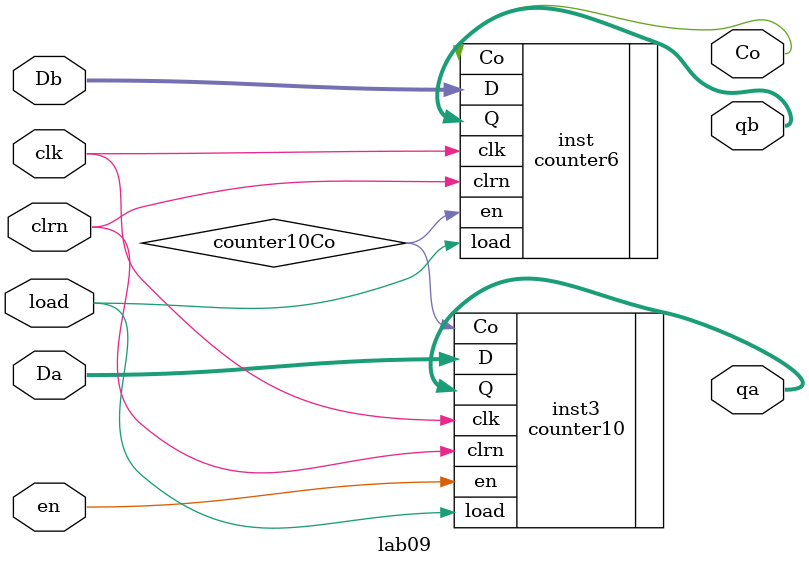
<source format=v>
module lab09(load,clk,en,clrn,Da,Db,Co,qa,qb);
input load,clk,en,clrn;
input [3:0] Da;
input [2:0] Db;
output Co;
output [3:0] qa;
output [2:0] qb;
wire counter10Co;
counter10 inst3(.load(load), .clk(clk), .en(en), .clrn(clrn), 
				.D(Da), .Co(counter10Co), .Q(qa));
counter6 inst(.load(load), .clk(clk), .en(counter10Co), .clrn(clrn), 
		.D(Db), .Co(Co), .Q(qb));
endmodule 
</source>
